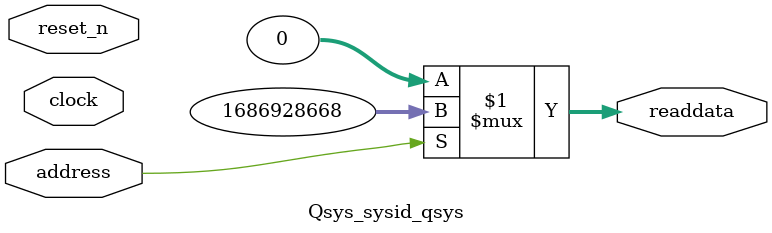
<source format=v>



// synthesis translate_off
`timescale 1ns / 1ps
// synthesis translate_on

// turn off superfluous verilog processor warnings 
// altera message_level Level1 
// altera message_off 10034 10035 10036 10037 10230 10240 10030 

module Qsys_sysid_qsys (
               // inputs:
                address,
                clock,
                reset_n,

               // outputs:
                readdata
             )
;

  output  [ 31: 0] readdata;
  input            address;
  input            clock;
  input            reset_n;

  wire    [ 31: 0] readdata;
  //control_slave, which is an e_avalon_slave
  assign readdata = address ? 1686928668 : 0;

endmodule



</source>
